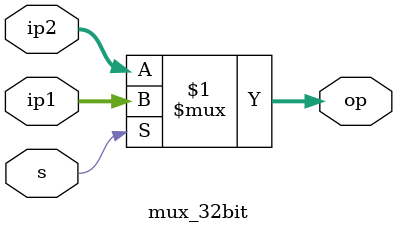
<source format=v>
`timescale 1ns / 1ps

module mux_32bit(ip1,ip2,op,s);
input [31:0]ip1;
input [31:0]ip2;
output [31:0]op;
input s;
assign op=s?ip1:ip2;

endmodule

</source>
